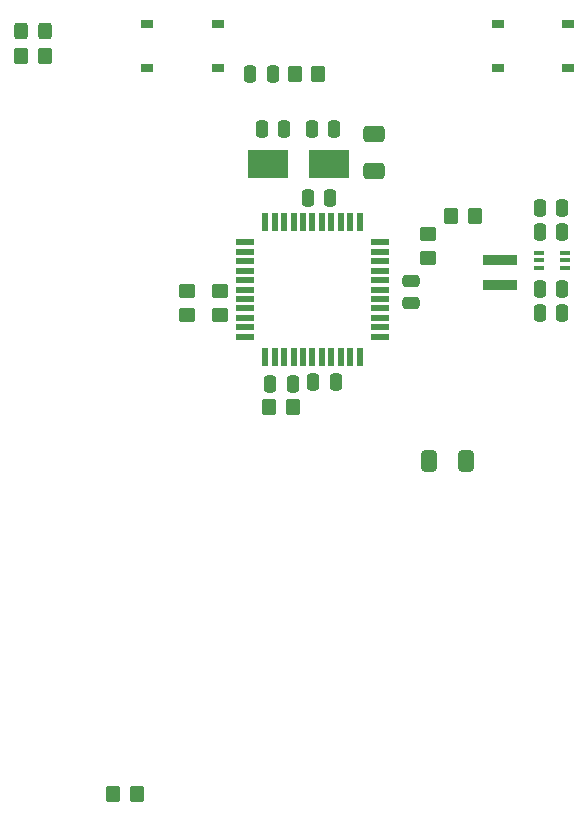
<source format=gbr>
%TF.GenerationSoftware,KiCad,Pcbnew,6.0.11-2627ca5db0~126~ubuntu22.04.1*%
%TF.CreationDate,2023-08-15T16:51:36+02:00*%
%TF.ProjectId,HB-UNI-SEN-BATT_ATMega1284P_E07-868MS10_FUEL4EP,48422d55-4e49-42d5-9345-4e2d42415454,1.4*%
%TF.SameCoordinates,Original*%
%TF.FileFunction,Paste,Top*%
%TF.FilePolarity,Positive*%
%FSLAX46Y46*%
G04 Gerber Fmt 4.6, Leading zero omitted, Abs format (unit mm)*
G04 Created by KiCad (PCBNEW 6.0.11-2627ca5db0~126~ubuntu22.04.1) date 2023-08-15 16:51:36*
%MOMM*%
%LPD*%
G01*
G04 APERTURE LIST*
G04 Aperture macros list*
%AMRoundRect*
0 Rectangle with rounded corners*
0 $1 Rounding radius*
0 $2 $3 $4 $5 $6 $7 $8 $9 X,Y pos of 4 corners*
0 Add a 4 corners polygon primitive as box body*
4,1,4,$2,$3,$4,$5,$6,$7,$8,$9,$2,$3,0*
0 Add four circle primitives for the rounded corners*
1,1,$1+$1,$2,$3*
1,1,$1+$1,$4,$5*
1,1,$1+$1,$6,$7*
1,1,$1+$1,$8,$9*
0 Add four rect primitives between the rounded corners*
20,1,$1+$1,$2,$3,$4,$5,0*
20,1,$1+$1,$4,$5,$6,$7,0*
20,1,$1+$1,$6,$7,$8,$9,0*
20,1,$1+$1,$8,$9,$2,$3,0*%
G04 Aperture macros list end*
%ADD10RoundRect,0.250000X-0.325000X-0.450000X0.325000X-0.450000X0.325000X0.450000X-0.325000X0.450000X0*%
%ADD11RoundRect,0.250000X0.412500X0.650000X-0.412500X0.650000X-0.412500X-0.650000X0.412500X-0.650000X0*%
%ADD12RoundRect,0.250000X-0.450000X0.350000X-0.450000X-0.350000X0.450000X-0.350000X0.450000X0.350000X0*%
%ADD13RoundRect,0.250000X-0.350000X-0.450000X0.350000X-0.450000X0.350000X0.450000X-0.350000X0.450000X0*%
%ADD14RoundRect,0.250000X0.350000X0.450000X-0.350000X0.450000X-0.350000X-0.450000X0.350000X-0.450000X0*%
%ADD15RoundRect,0.250000X0.250000X0.475000X-0.250000X0.475000X-0.250000X-0.475000X0.250000X-0.475000X0*%
%ADD16RoundRect,0.250000X-0.250000X-0.475000X0.250000X-0.475000X0.250000X0.475000X-0.250000X0.475000X0*%
%ADD17R,3.500000X2.400000*%
%ADD18RoundRect,0.250000X0.650000X-0.412500X0.650000X0.412500X-0.650000X0.412500X-0.650000X-0.412500X0*%
%ADD19R,1.000000X0.750000*%
%ADD20R,3.000000X0.900000*%
%ADD21R,0.900000X0.400000*%
%ADD22RoundRect,0.250000X0.450000X-0.350000X0.450000X0.350000X-0.450000X0.350000X-0.450000X-0.350000X0*%
%ADD23R,0.550000X1.500000*%
%ADD24R,1.500000X0.550000*%
%ADD25RoundRect,0.250000X0.475000X-0.250000X0.475000X0.250000X-0.475000X0.250000X-0.475000X-0.250000X0*%
G04 APERTURE END LIST*
D10*
%TO.C,D1*%
X8138500Y72799500D03*
X10188500Y72799500D03*
%TD*%
D11*
%TO.C,C1*%
X45850500Y36414000D03*
X42725500Y36414000D03*
%TD*%
D12*
%TO.C,R4*%
X22190000Y50749000D03*
X22190000Y48749000D03*
%TD*%
%TO.C,R5*%
X24984000Y50765000D03*
X24984000Y48765000D03*
%TD*%
D13*
%TO.C,R1*%
X8172500Y70704000D03*
X10172500Y70704000D03*
%TD*%
D14*
%TO.C,R3*%
X17941600Y8181900D03*
X15941600Y8181900D03*
%TD*%
D15*
%TO.C,C2*%
X31168900Y42950000D03*
X29268900Y42950000D03*
%TD*%
%TO.C,C4*%
X34316000Y58639000D03*
X32416000Y58639000D03*
%TD*%
D16*
%TO.C,C6*%
X28542500Y64481000D03*
X30442500Y64481000D03*
%TD*%
D15*
%TO.C,C8*%
X34801100Y43106900D03*
X32901100Y43106900D03*
%TD*%
D14*
%TO.C,R2*%
X33315200Y69129200D03*
X31315200Y69129200D03*
%TD*%
%TO.C,R6*%
X31143500Y41000000D03*
X29143500Y41000000D03*
%TD*%
D17*
%TO.C,Y1*%
X29051500Y61560000D03*
X34251500Y61560000D03*
%TD*%
D18*
%TO.C,C5*%
X38065000Y60962300D03*
X38065000Y64087300D03*
%TD*%
D19*
%TO.C,SW2*%
X48500000Y73375000D03*
X54500000Y73375000D03*
X48500000Y69625000D03*
X54500000Y69625000D03*
%TD*%
%TO.C,SW1*%
X24800000Y69625000D03*
X18800000Y69625000D03*
X24800000Y73375000D03*
X18800000Y73375000D03*
%TD*%
D16*
%TO.C,C11*%
X52080680Y48946360D03*
X53980680Y48946360D03*
%TD*%
%TO.C,C12*%
X52101000Y55789120D03*
X54001000Y55789120D03*
%TD*%
%TO.C,C13*%
X52101000Y57795720D03*
X54001000Y57795720D03*
%TD*%
D20*
%TO.C,L1*%
X48733000Y51316000D03*
X48733000Y53416000D03*
%TD*%
D21*
%TO.C,U2*%
X54214500Y52718500D03*
X54214500Y53368500D03*
X54214500Y54018500D03*
X52014500Y54018500D03*
X52014500Y53368500D03*
X52014500Y52718500D03*
%TD*%
D14*
%TO.C,R8*%
X46558000Y57115000D03*
X44558000Y57115000D03*
%TD*%
D22*
%TO.C,R7*%
X42616680Y53615640D03*
X42616680Y55615640D03*
%TD*%
D16*
%TO.C,C10*%
X52080680Y50942800D03*
X53980680Y50942800D03*
%TD*%
D15*
%TO.C,C9*%
X29474800Y69129200D03*
X27574800Y69129200D03*
%TD*%
%TO.C,C7*%
X34697000Y64481000D03*
X32797000Y64481000D03*
%TD*%
D23*
%TO.C,U1*%
X36832600Y56604700D03*
X36032600Y56604700D03*
X35232600Y56604700D03*
X34432600Y56604700D03*
X33632600Y56604700D03*
X32832600Y56604700D03*
X32032600Y56604700D03*
X31232600Y56604700D03*
X30432600Y56604700D03*
X29632600Y56604700D03*
X28832600Y56604700D03*
D24*
X27132600Y54904700D03*
X27132600Y54104700D03*
X27132600Y53304700D03*
X27132600Y52504700D03*
X27132600Y51704700D03*
X27132600Y50904700D03*
X27132600Y50104700D03*
X27132600Y49304700D03*
X27132600Y48504700D03*
X27132600Y47704700D03*
X27132600Y46904700D03*
D23*
X28832600Y45204700D03*
X29632600Y45204700D03*
X30432600Y45204700D03*
X31232600Y45204700D03*
X32032600Y45204700D03*
X32832600Y45204700D03*
X33632600Y45204700D03*
X34432600Y45204700D03*
X35232600Y45204700D03*
X36032600Y45204700D03*
X36832600Y45204700D03*
D24*
X38532600Y46904700D03*
X38532600Y47704700D03*
X38532600Y48504700D03*
X38532600Y49304700D03*
X38532600Y50104700D03*
X38532600Y50904700D03*
X38532600Y51704700D03*
X38532600Y52504700D03*
X38532600Y53304700D03*
X38532600Y54104700D03*
X38532600Y54904700D03*
%TD*%
D25*
%TO.C,C3*%
X41176500Y49751500D03*
X41176500Y51651500D03*
%TD*%
M02*

</source>
